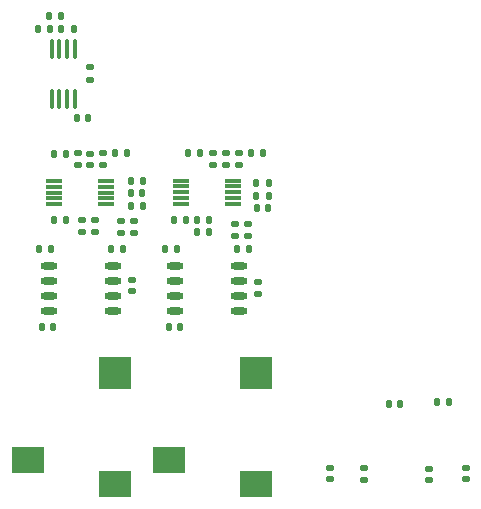
<source format=gbr>
%TF.GenerationSoftware,KiCad,Pcbnew,7.0.2-0*%
%TF.CreationDate,2023-05-30T13:58:00+02:00*%
%TF.ProjectId,Quest_EMG,51756573-745f-4454-9d47-2e6b69636164,rev?*%
%TF.SameCoordinates,Original*%
%TF.FileFunction,Paste,Top*%
%TF.FilePolarity,Positive*%
%FSLAX46Y46*%
G04 Gerber Fmt 4.6, Leading zero omitted, Abs format (unit mm)*
G04 Created by KiCad (PCBNEW 7.0.2-0) date 2023-05-30 13:58:00*
%MOMM*%
%LPD*%
G01*
G04 APERTURE LIST*
G04 Aperture macros list*
%AMRoundRect*
0 Rectangle with rounded corners*
0 $1 Rounding radius*
0 $2 $3 $4 $5 $6 $7 $8 $9 X,Y pos of 4 corners*
0 Add a 4 corners polygon primitive as box body*
4,1,4,$2,$3,$4,$5,$6,$7,$8,$9,$2,$3,0*
0 Add four circle primitives for the rounded corners*
1,1,$1+$1,$2,$3*
1,1,$1+$1,$4,$5*
1,1,$1+$1,$6,$7*
1,1,$1+$1,$8,$9*
0 Add four rect primitives between the rounded corners*
20,1,$1+$1,$2,$3,$4,$5,0*
20,1,$1+$1,$4,$5,$6,$7,0*
20,1,$1+$1,$6,$7,$8,$9,0*
20,1,$1+$1,$8,$9,$2,$3,0*%
G04 Aperture macros list end*
%ADD10RoundRect,0.135000X-0.185000X0.135000X-0.185000X-0.135000X0.185000X-0.135000X0.185000X0.135000X0*%
%ADD11O,1.450000X0.599999*%
%ADD12RoundRect,0.147500X0.172500X-0.147500X0.172500X0.147500X-0.172500X0.147500X-0.172500X-0.147500X0*%
%ADD13RoundRect,0.135000X-0.135000X-0.185000X0.135000X-0.185000X0.135000X0.185000X-0.135000X0.185000X0*%
%ADD14RoundRect,0.140000X-0.140000X-0.170000X0.140000X-0.170000X0.140000X0.170000X-0.140000X0.170000X0*%
%ADD15RoundRect,0.100000X0.100000X-0.712500X0.100000X0.712500X-0.100000X0.712500X-0.100000X-0.712500X0*%
%ADD16RoundRect,0.135000X0.185000X-0.135000X0.185000X0.135000X-0.185000X0.135000X-0.185000X-0.135000X0*%
%ADD17RoundRect,0.135000X0.135000X0.185000X-0.135000X0.185000X-0.135000X-0.185000X0.135000X-0.185000X0*%
%ADD18RoundRect,0.140000X0.170000X-0.140000X0.170000X0.140000X-0.170000X0.140000X-0.170000X-0.140000X0*%
%ADD19R,1.400000X0.300000*%
%ADD20R,2.800000X2.200000*%
%ADD21R,2.800000X2.800000*%
%ADD22RoundRect,0.140000X0.140000X0.170000X-0.140000X0.170000X-0.140000X-0.170000X0.140000X-0.170000X0*%
%ADD23RoundRect,0.147500X-0.172500X0.147500X-0.172500X-0.147500X0.172500X-0.147500X0.172500X0.147500X0*%
G04 APERTURE END LIST*
D10*
%TO.C,R9*%
X92242000Y-41242000D03*
X92242000Y-42262000D03*
%TD*%
D11*
%TO.C,U2*%
X88714999Y-58039000D03*
X88714999Y-59309000D03*
X88714999Y-60579000D03*
X88714999Y-61849000D03*
X94164998Y-61849000D03*
X94164998Y-60579000D03*
X94164998Y-59309000D03*
X94164998Y-58039000D03*
%TD*%
D12*
%TO.C,D2*%
X112506000Y-76095500D03*
X112506000Y-75125500D03*
%TD*%
D13*
%TO.C,R11*%
X88791000Y-36883000D03*
X89811000Y-36883000D03*
%TD*%
D14*
%TO.C,C12*%
X106368000Y-53137000D03*
X107328000Y-53137000D03*
%TD*%
D15*
%TO.C,U1*%
X88972000Y-43878000D03*
X89622000Y-43878000D03*
X90272000Y-43878000D03*
X90922000Y-43878000D03*
X90922000Y-39653000D03*
X90272000Y-39653000D03*
X89622000Y-39653000D03*
X88972000Y-39653000D03*
%TD*%
D14*
%TO.C,C7*%
X89201000Y-54184000D03*
X90161000Y-54184000D03*
%TD*%
D16*
%TO.C,R25*%
X104807000Y-49493000D03*
X104807000Y-48473000D03*
%TD*%
D17*
%TO.C,R31*%
X102286000Y-54153000D03*
X101266000Y-54153000D03*
%TD*%
D18*
%TO.C,C14*%
X115432000Y-76154000D03*
X115432000Y-75194000D03*
%TD*%
D19*
%TO.C,IC1*%
X89209000Y-50828000D03*
X89209000Y-51328000D03*
X89209000Y-51828000D03*
X89209000Y-52328000D03*
X89209000Y-52828000D03*
X93609000Y-52828000D03*
X93609000Y-52328000D03*
X93609000Y-51828000D03*
X93609000Y-51328000D03*
X93609000Y-50828000D03*
%TD*%
D13*
%TO.C,R10*%
X89811000Y-37996000D03*
X90831000Y-37996000D03*
%TD*%
D14*
%TO.C,C11*%
X95700000Y-51897000D03*
X96660000Y-51897000D03*
%TD*%
D17*
%TO.C,R16*%
X90164000Y-48592000D03*
X89144000Y-48592000D03*
%TD*%
D16*
%TO.C,R12*%
X92657000Y-55165000D03*
X92657000Y-54145000D03*
%TD*%
D20*
%TO.C,J3*%
X98916000Y-74498000D03*
X106316000Y-76498000D03*
D21*
X106316000Y-67098000D03*
%TD*%
D10*
%TO.C,R15*%
X105565000Y-54501000D03*
X105565000Y-55521000D03*
%TD*%
%TO.C,R14*%
X91569000Y-54127000D03*
X91569000Y-55147000D03*
%TD*%
D22*
%TO.C,C16*%
X122609000Y-69598000D03*
X121649000Y-69598000D03*
%TD*%
D14*
%TO.C,C4*%
X98889000Y-63242000D03*
X99849000Y-63242000D03*
%TD*%
D13*
%TO.C,R8*%
X104646000Y-56642000D03*
X105666000Y-56642000D03*
%TD*%
D16*
%TO.C,R13*%
X104489000Y-55506000D03*
X104489000Y-54486000D03*
%TD*%
%TO.C,R24*%
X93286000Y-49515000D03*
X93286000Y-48495000D03*
%TD*%
D13*
%TO.C,R28*%
X101260000Y-55212000D03*
X102280000Y-55212000D03*
%TD*%
D22*
%TO.C,C5*%
X88826000Y-37969000D03*
X87866000Y-37969000D03*
%TD*%
D17*
%TO.C,R23*%
X107342000Y-52089000D03*
X106322000Y-52089000D03*
%TD*%
D13*
%TO.C,R5*%
X98550000Y-56642000D03*
X99570000Y-56642000D03*
%TD*%
D14*
%TO.C,C2*%
X88166000Y-63246000D03*
X89126000Y-63246000D03*
%TD*%
D13*
%TO.C,R29*%
X105840000Y-48506000D03*
X106860000Y-48506000D03*
%TD*%
%TO.C,R4*%
X93978000Y-56642000D03*
X94998000Y-56642000D03*
%TD*%
D17*
%TO.C,R17*%
X101545000Y-48503000D03*
X100525000Y-48503000D03*
%TD*%
D14*
%TO.C,C8*%
X99355000Y-54152000D03*
X100315000Y-54152000D03*
%TD*%
D13*
%TO.C,R19*%
X106322000Y-51039000D03*
X107342000Y-51039000D03*
%TD*%
D10*
%TO.C,R30*%
X95993000Y-54228000D03*
X95993000Y-55248000D03*
%TD*%
D11*
%TO.C,U3*%
X99382999Y-58039000D03*
X99382999Y-59309000D03*
X99382999Y-60579000D03*
X99382999Y-61849000D03*
X104832998Y-61849000D03*
X104832998Y-60579000D03*
X104832998Y-59309000D03*
X104832998Y-58039000D03*
%TD*%
D19*
%TO.C,IC2*%
X99908000Y-50816000D03*
X99908000Y-51316000D03*
X99908000Y-51816000D03*
X99908000Y-52316000D03*
X99908000Y-52816000D03*
X104308000Y-52816000D03*
X104308000Y-52316000D03*
X104308000Y-51816000D03*
X104308000Y-51316000D03*
X104308000Y-50816000D03*
%TD*%
D16*
%TO.C,R21*%
X102626000Y-49522000D03*
X102626000Y-48502000D03*
%TD*%
D17*
%TO.C,R22*%
X96706000Y-52946000D03*
X95686000Y-52946000D03*
%TD*%
D13*
%TO.C,R27*%
X94325000Y-48485000D03*
X95345000Y-48485000D03*
%TD*%
D16*
%TO.C,R26*%
X94881000Y-55270000D03*
X94881000Y-54250000D03*
%TD*%
D18*
%TO.C,C1*%
X95758000Y-60170000D03*
X95758000Y-59210000D03*
%TD*%
D23*
%TO.C,D1*%
X124058000Y-75149000D03*
X124058000Y-76119000D03*
%TD*%
D13*
%TO.C,R18*%
X95659000Y-50833000D03*
X96679000Y-50833000D03*
%TD*%
D14*
%TO.C,C6*%
X91139000Y-45523000D03*
X92099000Y-45523000D03*
%TD*%
D18*
%TO.C,C13*%
X120940000Y-76164000D03*
X120940000Y-75204000D03*
%TD*%
D14*
%TO.C,C15*%
X117541000Y-69776000D03*
X118501000Y-69776000D03*
%TD*%
D20*
%TO.C,J4*%
X86978000Y-74498000D03*
X94378000Y-76498000D03*
D21*
X94378000Y-67098000D03*
%TD*%
D18*
%TO.C,C3*%
X106426000Y-60396000D03*
X106426000Y-59436000D03*
%TD*%
%TO.C,C9*%
X92215000Y-49499000D03*
X92215000Y-48539000D03*
%TD*%
%TO.C,C10*%
X103738000Y-49484000D03*
X103738000Y-48524000D03*
%TD*%
D16*
%TO.C,R20*%
X91178000Y-49519000D03*
X91178000Y-48499000D03*
%TD*%
D13*
%TO.C,R1*%
X87880000Y-56642000D03*
X88900000Y-56642000D03*
%TD*%
M02*

</source>
